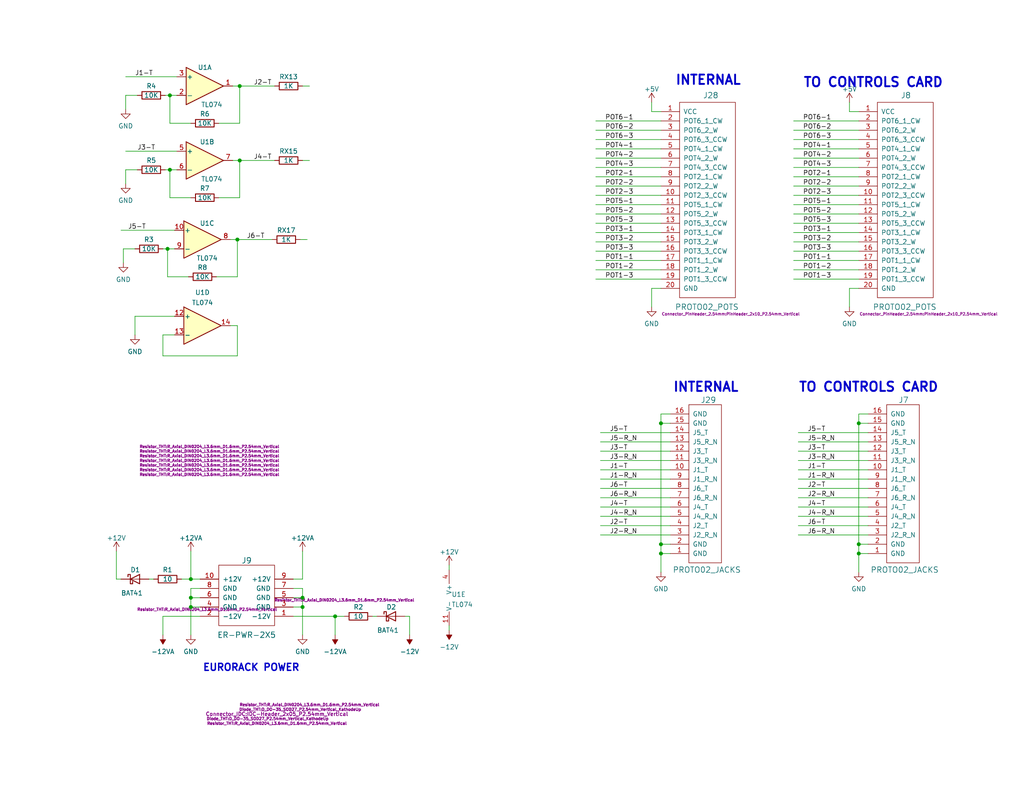
<source format=kicad_sch>
(kicad_sch (version 20211123) (generator eeschema)
  (paper "A")
  (title_block (title "6 POTS, 6 JACKS") (date "2022-10-28") (rev "1") (comment 1 "GENERIC EURORACK PANEL") (comment 2 "https://note.com/solder_state/n/nffc1a33053be"))
  (lib_symbols
    (symbol "Amplifier_Operational:TL074" (pin_names (offset 0.127))
      (property "Reference" "U" (at 0 5.08 0))
      (property "Value" "TL074" (at 0 -5.08 0))
      (symbol "TL074_1_1"
        (polyline (pts (xy -5.08 5.08) (xy 5.08 0) (xy -5.08 -5.08) (xy -5.08 5.08)) (stroke (width 0.254)) (fill (type background)))
        (pin output line (at 7.62 0 180) (length 2.54) (name "~") (number "1"))
        (pin input line (at -7.62 -2.54 0) (length 2.54) (name "-") (number "2"))
        (pin input line (at -7.62 2.54 0) (length 2.54) (name "+") (number "3"))
      )
      (symbol "TL074_2_1"
        (polyline (pts (xy -5.08 5.08) (xy 5.08 0) (xy -5.08 -5.08) (xy -5.08 5.08)) (stroke (width 0.254)) (fill (type background)))
        (pin input line (at -7.62 2.54 0) (length 2.54) (name "+") (number "5"))
        (pin input line (at -7.62 -2.54 0) (length 2.54) (name "-") (number "6"))
        (pin output line (at 7.62 0 180) (length 2.54) (name "~") (number "7"))
      )
      (symbol "TL074_3_1"
        (polyline (pts (xy -5.08 5.08) (xy 5.08 0) (xy -5.08 -5.08) (xy -5.08 5.08)) (stroke (width 0.254)) (fill (type background)))
        (pin input line (at -7.62 2.54 0) (length 2.54) (name "+") (number "10"))
        (pin output line (at 7.62 0 180) (length 2.54) (name "~") (number "8"))
        (pin input line (at -7.62 -2.54 0) (length 2.54) (name "-") (number "9"))
      )
      (symbol "TL074_4_1"
        (polyline (pts (xy -5.08 5.08) (xy 5.08 0) (xy -5.08 -5.08) (xy -5.08 5.08)) (stroke (width 0.254)) (fill (type background)))
        (pin input line (at -7.62 2.54 0) (length 2.54) (name "+") (number "12"))
        (pin input line (at -7.62 -2.54 0) (length 2.54) (name "-") (number "13"))
        (pin output line (at 7.62 0 180) (length 2.54) (name "~") (number "14"))
      )
      (symbol "TL074_5_1"
        (pin power_in line (at -2.54 -7.62 90) (length 3.81) (name "V-") (number "11"))
        (pin power_in line (at -2.54 7.62 270) (length 3.81) (name "V+") (number "4"))
      )
    )
    (symbol "Device:D_Schottky" (pin_numbers hide) (pin_names (offset 1.016) hide)
      (property "Reference" "D" (at 0 2.54 0))
      (property "Value" "D_Schottky" (at 0 -2.54 0))
      (symbol "D_Schottky_0_1"
        (polyline (pts (xy 1.27 0) (xy -1.27 0)))
        (polyline (pts (xy 1.27 1.27) (xy 1.27 -1.27) (xy -1.27 0) (xy 1.27 1.27)) (stroke (width 0.254)))
        (polyline (pts (xy -1.905 0.635) (xy -1.905 1.27) (xy -1.27 1.27) (xy -1.27 -1.27) (xy -0.635 -1.27) (xy -0.635 -0.635)) (stroke (width 0.254)))
      )
      (symbol "D_Schottky_1_1"
        (pin passive line (at -3.81 0 0) (length 2.54) (name "K") (number "1"))
        (pin passive line (at 3.81 0 180) (length 2.54) (name "A") (number "2"))
      )
    )
    (symbol "Device:R" (pin_numbers hide) (pin_names (offset 0))
      (property "Reference" "R" (at 2.032 0 90))
      (property "Value" "R" (at 0 0 90))
      (symbol "R_0_1"
        (rectangle (start -1.016 -2.54) (end 1.016 2.54) (stroke (width 0.254)))
      )
      (symbol "R_1_1"
        (pin passive line (at 0 3.81 270) (length 1.27) (name "~") (number "1"))
        (pin passive line (at 0 -3.81 90) (length 1.27) (name "~") (number "2"))
      )
    )
    (symbol "LandBoards_Conns:ER-PWR-2X5" (pin_names (offset 1.016))
      (property "Reference" "J" (at 0 10.16 0))
      (property "Value" "ER-PWR-2X5" (at 1.27 -8.89 0))
      (property "Footprint" "Connector_IDC:IDC-Header_2x05_P2.54mm_Vertical" (at 0 -11.43 0))
      (symbol "ER-PWR-2X5_0_1"
        (rectangle (start -7.62 8.89) (end 7.62 -7.62))
      )
      (symbol "ER-PWR-2X5_1_1"
        (pin power_out line (at 12.7 -5.08 180) (length 5.08) (name "-12V") (number "1"))
        (pin power_out line (at -12.7 5.08 0) (length 5.08) (name "+12V") (number "10"))
        (pin power_out line (at -12.7 -5.08 0) (length 5.08) (name "-12V") (number "2"))
        (pin power_in line (at 12.7 -2.54 180) (length 5.08) (name "GND") (number "3"))
        (pin power_out line (at -12.7 -2.54 0) (length 5.08) (name "GND") (number "4"))
        (pin power_out line (at 12.7 0 180) (length 5.08) (name "GND") (number "5"))
        (pin power_out line (at -12.7 0 0) (length 5.08) (name "GND") (number "6"))
        (pin power_out line (at 12.7 2.54 180) (length 5.08) (name "GND") (number "7"))
        (pin power_out line (at -12.7 2.54 0) (length 5.08) (name "GND") (number "8"))
        (pin power_out line (at 12.7 5.08 180) (length 5.08) (name "+12V") (number "9"))
      )
    )
    (symbol "LandBoards_Conns:PROTO02_POTS" (pin_names (offset 1.016))
      (property "Reference" "J" (at -1.27 27.94 0))
      (property "Value" "PROTO02_POTS" (at 0 -27.94 0))
      (symbol "PROTO02_POTS_0_1"
        (rectangle (start -8.89 26.67) (end 6.35 -26.67))
      )
      (symbol "PROTO02_POTS_1_1"
        (pin power_in line (at 11.43 24.13 180) (length 5.08) (name "VCC") (number "1"))
        (pin passive line (at 11.43 1.27 180) (length 5.08) (name "POT2_3_CCW") (number "10"))
        (pin passive line (at 11.43 -1.27 180) (length 5.08) (name "POT5_1_CW") (number "11"))
        (pin passive line (at 11.43 -3.81 180) (length 5.08) (name "POT5_2_W") (number "12"))
        (pin passive line (at 11.43 -6.35 180) (length 5.08) (name "POT5_3_CCW") (number "13"))
        (pin passive line (at 11.43 -8.89 180) (length 5.08) (name "POT3_1_CW") (number "14"))
        (pin passive line (at 11.43 -11.43 180) (length 5.08) (name "POT3_2_W") (number "15"))
        (pin passive line (at 11.43 -13.97 180) (length 5.08) (name "POT3_3_CCW") (number "16"))
        (pin passive line (at 11.43 -16.51 180) (length 5.08) (name "POT1_1_CW") (number "17"))
        (pin passive line (at 11.43 -19.05 180) (length 5.08) (name "POT1_2_W") (number "18"))
        (pin passive line (at 11.43 -21.59 180) (length 5.08) (name "POT1_3_CCW") (number "19"))
        (pin passive line (at 11.43 21.59 180) (length 5.08) (name "POT6_1_CW") (number "2"))
        (pin power_in line (at 11.43 -24.13 180) (length 5.08) (name "GND") (number "20"))
        (pin passive line (at 11.43 19.05 180) (length 5.08) (name "POT6_2_W") (number "3"))
        (pin passive line (at 11.43 16.51 180) (length 5.08) (name "POT6_3_CCW") (number "4"))
        (pin passive line (at 11.43 13.97 180) (length 5.08) (name "POT4_1_CW") (number "5"))
        (pin passive line (at 11.43 11.43 180) (length 5.08) (name "POT4_2_W") (number "6"))
        (pin passive line (at 11.43 8.89 180) (length 5.08) (name "POT4_3_CCW") (number "7"))
        (pin passive line (at 11.43 6.35 180) (length 5.08) (name "POT2_1_CW") (number "8"))
        (pin passive line (at 11.43 3.81 180) (length 5.08) (name "POT2_2_W") (number "9"))
      )
    )
    (symbol "PROTO02_JACKS_1" (pin_names (offset 1.016))
      (property "Reference" "J" (at 0 22.86 0))
      (property "Value" "PROTO02_JACKS_1" (at 0 -22.86 0))
      (symbol "PROTO02_JACKS_1_0_1"
        (rectangle (start -5.08 21.59) (end 3.81 -21.59))
      )
      (symbol "PROTO02_JACKS_1_1_1"
        (pin power_in line (at 8.89 -19.05 180) (length 5.08) (name "GND") (number "1"))
        (pin passive line (at 8.89 3.81 180) (length 5.08) (name "J1_T") (number "10"))
        (pin passive line (at 8.89 6.35 180) (length 5.08) (name "J3_R_N") (number "11"))
        (pin passive line (at 8.89 8.89 180) (length 5.08) (name "J3_T") (number "12"))
        (pin passive line (at 8.89 11.43 180) (length 5.08) (name "J5_R_N") (number "13"))
        (pin passive line (at 8.89 13.97 180) (length 5.08) (name "J5_T") (number "14"))
        (pin power_in line (at 8.89 16.51 180) (length 5.08) (name "GND") (number "15"))
        (pin power_in line (at 8.89 19.05 180) (length 5.08) (name "GND") (number "16"))
        (pin power_in line (at 8.89 -16.51 180) (length 5.08) (name "GND") (number "2"))
        (pin passive line (at 8.89 -13.97 180) (length 5.08) (name "J2_R_N") (number "3"))
        (pin passive line (at 8.89 -11.43 180) (length 5.08) (name "J2_T") (number "4"))
        (pin passive line (at 8.89 -8.89 180) (length 5.08) (name "J4_R_N") (number "5"))
        (pin passive line (at 8.89 -6.35 180) (length 5.08) (name "J4_T") (number "6"))
        (pin passive line (at 8.89 -3.81 180) (length 5.08) (name "J6_R_N") (number "7"))
        (pin passive line (at 8.89 -1.27 180) (length 5.08) (name "J6_T") (number "8"))
        (pin passive line (at 8.89 1.27 180) (length 5.08) (name "J1_R_N") (number "9"))
      )
    )
    (symbol "power:+12V" (power) (pin_names (offset 0))
      (property "Value" "+12V" (at 0 3.556 0))
      (symbol "+12V_0_1"
        (polyline (pts (xy -0.762 1.27) (xy 0 2.54)))
        (polyline (pts (xy 0 0) (xy 0 2.54)))
        (polyline (pts (xy 0 2.54) (xy 0.762 1.27)))
      )
      (symbol "+12V_1_1"
        (pin power_in line (at 0 0 90) (length 0) hide (name "+12V") (number "1"))
      )
    )
    (symbol "power:+12VA" (power) (pin_names (offset 0))
      (property "Value" "+12VA" (at 0 3.556 0))
      (symbol "+12VA_0_1"
        (polyline (pts (xy -0.762 1.27) (xy 0 2.54)))
        (polyline (pts (xy 0 0) (xy 0 2.54)))
        (polyline (pts (xy 0 2.54) (xy 0.762 1.27)))
      )
      (symbol "+12VA_1_1"
        (pin power_in line (at 0 0 90) (length 0) hide (name "+12VA") (number "1"))
      )
    )
    (symbol "power:+5V" (power) (pin_names (offset 0))
      (property "Value" "+5V" (at 0 3.556 0))
      (symbol "+5V_0_1"
        (polyline (pts (xy -0.762 1.27) (xy 0 2.54)))
        (polyline (pts (xy 0 0) (xy 0 2.54)))
        (polyline (pts (xy 0 2.54) (xy 0.762 1.27)))
      )
      (symbol "+5V_1_1"
        (pin power_in line (at 0 0 90) (length 0) hide (name "+5V") (number "1"))
      )
    )
    (symbol "power:-12V" (power) (pin_names (offset 0))
      (property "Value" "-12V" (at 0 3.81 0))
      (symbol "-12V_0_0"
        (pin power_in line (at 0 0 90) (length 0) hide (name "-12V") (number "1"))
      )
      (symbol "-12V_0_1"
        (polyline (pts (xy 0 0) (xy 0 1.27) (xy 0.762 1.27) (xy 0 2.54) (xy -0.762 1.27) (xy 0 1.27)) (fill (type outline)))
      )
    )
    (symbol "power:-12VA" (power) (pin_names (offset 0))
      (property "Value" "-12VA" (at 0 3.556 0))
      (symbol "-12VA_0_0"
        (pin power_in line (at 0 0 90) (length 0) hide (name "-12VA") (number "1"))
      )
      (symbol "-12VA_0_1"
        (polyline (pts (xy 0 0) (xy 0 1.27) (xy 0.762 1.27) (xy 0 2.54) (xy -0.762 1.27) (xy 0 1.27)) (fill (type outline)))
      )
    )
    (symbol "power:GND" (power) (pin_names (offset 0))
      (property "Value" "GND" (at 0 -3.81 0))
      (symbol "GND_0_1"
        (polyline (pts (xy 0 0) (xy 0 -1.27) (xy 1.27 -1.27) (xy 0 -2.54) (xy -1.27 -1.27) (xy 0 -1.27)))
      )
      (symbol "GND_1_1"
        (pin power_in line (at 0 0 270) (length 0) hide (name "GND") (number "1"))
      )
    )
  )
  (junction (at 46.355 26.035))
  (junction (at 234.315 115.57))
  (junction (at 46.355 46.355))
  (junction (at 234.315 148.59))
  (junction (at 45.72 67.945))
  (junction (at 52.07 158.115))
  (junction (at 65.405 23.495))
  (junction (at 65.405 43.815))
  (junction (at 180.34 151.13))
  (junction (at 180.34 115.57))
  (junction (at 64.77 65.405))
  (junction (at 82.55 165.735))
  (junction (at 52.07 165.735))
  (junction (at 52.07 163.195))
  (junction (at 234.315 151.13))
  (junction (at 180.34 148.59))
  (junction (at 82.55 163.195))
  (junction (at 91.44 168.275))
  (wire (pts (xy 217.805 143.51) (xy 236.855 143.51)))
  (wire (pts (xy 216.535 53.34) (xy 234.315 53.34)))
  (wire (pts (xy 163.83 138.43) (xy 182.88 138.43)))
  (wire (pts (xy 217.805 130.81) (xy 236.855 130.81)))
  (wire (pts (xy 162.56 76.2) (xy 180.34 76.2)))
  (wire (pts (xy 217.805 125.73) (xy 236.855 125.73)))
  (wire (pts (xy 163.83 120.65) (xy 182.88 120.65)))
  (wire (pts (xy 64.77 65.405) (xy 64.77 75.565)))
  (wire (pts (xy 163.83 143.51) (xy 182.88 143.51)))
  (wire (pts (xy 65.405 53.975) (xy 59.69 53.975)))
  (wire (pts (xy 180.34 30.48) (xy 177.8 30.48)))
  (wire (pts (xy 82.55 150.495) (xy 82.55 158.115)))
  (wire (pts (xy 64.77 88.9) (xy 62.865 88.9)))
  (wire (pts (xy 80.01 163.195) (xy 82.55 163.195)))
  (wire (pts (xy 46.355 46.355) (xy 46.355 53.975)))
  (wire (pts (xy 65.405 33.655) (xy 59.69 33.655)))
  (wire (pts (xy 236.855 113.03) (xy 234.315 113.03)))
  (wire (pts (xy 162.56 45.72) (xy 180.34 45.72)))
  (wire (pts (xy 52.07 160.655) (xy 52.07 163.195)))
  (wire (pts (xy 216.535 43.18) (xy 234.315 43.18)))
  (wire (pts (xy 80.01 158.115) (xy 82.55 158.115)))
  (wire (pts (xy 182.88 113.03) (xy 180.34 113.03)))
  (wire (pts (xy 44.45 67.945) (xy 45.72 67.945)))
  (wire (pts (xy 54.61 168.275) (xy 44.45 168.275)))
  (wire (pts (xy 31.75 150.495) (xy 31.75 158.115)))
  (wire (pts (xy 101.6 168.275) (xy 102.87 168.275)))
  (wire (pts (xy 163.83 146.05) (xy 182.88 146.05)))
  (wire (pts (xy 40.64 158.115) (xy 41.91 158.115)))
  (wire (pts (xy 63.5 43.815) (xy 65.405 43.815)))
  (wire (pts (xy 52.07 158.115) (xy 54.61 158.115)))
  (wire (pts (xy 234.315 148.59) (xy 236.855 148.59)))
  (wire (pts (xy 217.805 146.05) (xy 236.855 146.05)))
  (wire (pts (xy 91.44 168.275) (xy 93.98 168.275)))
  (wire (pts (xy 52.07 165.735) (xy 52.07 173.355)))
  (wire (pts (xy 180.34 151.13) (xy 182.88 151.13)))
  (wire (pts (xy 36.83 67.945) (xy 33.655 67.945)))
  (wire (pts (xy 64.77 75.565) (xy 59.055 75.565)))
  (wire (pts (xy 44.45 97.155) (xy 64.77 97.155)))
  (wire (pts (xy 180.34 113.03) (xy 180.34 115.57)))
  (wire (pts (xy 163.83 118.11) (xy 182.88 118.11)))
  (wire (pts (xy 217.805 118.11) (xy 236.855 118.11)))
  (wire (pts (xy 217.805 123.19) (xy 236.855 123.19)))
  (wire (pts (xy 162.56 60.96) (xy 180.34 60.96)))
  (wire (pts (xy 216.535 40.64) (xy 234.315 40.64)))
  (wire (pts (xy 64.77 65.405) (xy 74.295 65.405)))
  (wire (pts (xy 65.405 23.495) (xy 74.93 23.495)))
  (wire (pts (xy 216.535 68.58) (xy 234.315 68.58)))
  (wire (pts (xy 65.405 43.815) (xy 65.405 53.975)))
  (wire (pts (xy 163.83 130.81) (xy 182.88 130.81)))
  (wire (pts (xy 47.625 91.44) (xy 44.45 91.44)))
  (wire (pts (xy 234.315 151.13) (xy 236.855 151.13)))
  (wire (pts (xy 111.76 168.275) (xy 111.76 173.355)))
  (wire (pts (xy 44.45 168.275) (xy 44.45 173.355)))
  (wire (pts (xy 34.29 46.355) (xy 34.29 50.165)))
  (wire (pts (xy 63.5 23.495) (xy 65.405 23.495)))
  (wire (pts (xy 47.625 67.945) (xy 45.72 67.945)))
  (wire (pts (xy 216.535 50.8) (xy 234.315 50.8)))
  (wire (pts (xy 234.315 115.57) (xy 234.315 148.59)))
  (wire (pts (xy 62.865 65.405) (xy 64.77 65.405)))
  (wire (pts (xy 234.315 113.03) (xy 234.315 115.57)))
  (wire (pts (xy 52.07 33.655) (xy 46.355 33.655)))
  (wire (pts (xy 162.56 71.12) (xy 180.34 71.12)))
  (wire (pts (xy 216.535 60.96) (xy 234.315 60.96)))
  (wire (pts (xy 162.56 63.5) (xy 180.34 63.5)))
  (wire (pts (xy 162.56 68.58) (xy 180.34 68.58)))
  (wire (pts (xy 163.83 140.97) (xy 182.88 140.97)))
  (wire (pts (xy 81.915 65.405) (xy 83.82 65.405)))
  (wire (pts (xy 47.625 86.36) (xy 36.83 86.36)))
  (wire (pts (xy 34.29 20.955) (xy 48.26 20.955)))
  (wire (pts (xy 216.535 45.72) (xy 234.315 45.72)))
  (wire (pts (xy 234.315 151.13) (xy 234.315 156.21)))
  (wire (pts (xy 162.56 33.02) (xy 180.34 33.02)))
  (wire (pts (xy 162.56 48.26) (xy 180.34 48.26)))
  (wire (pts (xy 52.07 165.735) (xy 54.61 165.735)))
  (wire (pts (xy 162.56 73.66) (xy 180.34 73.66)))
  (wire (pts (xy 234.315 148.59) (xy 234.315 151.13)))
  (wire (pts (xy 91.44 168.275) (xy 91.44 173.355)))
  (wire (pts (xy 163.83 135.89) (xy 182.88 135.89)))
  (wire (pts (xy 44.45 91.44) (xy 44.45 97.155)))
  (wire (pts (xy 80.01 160.655) (xy 82.55 160.655)))
  (wire (pts (xy 216.535 58.42) (xy 234.315 58.42)))
  (wire (pts (xy 216.535 71.12) (xy 234.315 71.12)))
  (wire (pts (xy 162.56 55.88) (xy 180.34 55.88)))
  (wire (pts (xy 52.07 163.195) (xy 54.61 163.195)))
  (wire (pts (xy 110.49 168.275) (xy 111.76 168.275)))
  (wire (pts (xy 217.805 135.89) (xy 236.855 135.89)))
  (wire (pts (xy 162.56 53.34) (xy 180.34 53.34)))
  (wire (pts (xy 80.01 168.275) (xy 91.44 168.275)))
  (wire (pts (xy 231.775 78.74) (xy 231.775 83.82)))
  (wire (pts (xy 162.56 38.1) (xy 180.34 38.1)))
  (wire (pts (xy 180.34 148.59) (xy 180.34 151.13)))
  (wire (pts (xy 34.29 26.035) (xy 34.29 29.845)))
  (wire (pts (xy 163.83 133.35) (xy 182.88 133.35)))
  (wire (pts (xy 82.55 23.495) (xy 84.455 23.495)))
  (wire (pts (xy 216.535 33.02) (xy 234.315 33.02)))
  (wire (pts (xy 217.805 138.43) (xy 236.855 138.43)))
  (wire (pts (xy 180.34 148.59) (xy 182.88 148.59)))
  (wire (pts (xy 216.535 55.88) (xy 234.315 55.88)))
  (wire (pts (xy 217.805 140.97) (xy 236.855 140.97)))
  (wire (pts (xy 162.56 35.56) (xy 180.34 35.56)))
  (wire (pts (xy 33.655 67.945) (xy 33.655 71.755)))
  (wire (pts (xy 52.07 53.975) (xy 46.355 53.975)))
  (wire (pts (xy 217.805 128.27) (xy 236.855 128.27)))
  (wire (pts (xy 163.83 123.19) (xy 182.88 123.19)))
  (wire (pts (xy 82.55 165.735) (xy 82.55 173.355)))
  (wire (pts (xy 163.83 125.73) (xy 182.88 125.73)))
  (wire (pts (xy 177.8 27.94) (xy 177.8 30.48)))
  (wire (pts (xy 45.085 46.355) (xy 46.355 46.355)))
  (wire (pts (xy 82.55 160.655) (xy 82.55 163.195)))
  (wire (pts (xy 216.535 73.66) (xy 234.315 73.66)))
  (wire (pts (xy 49.53 158.115) (xy 52.07 158.115)))
  (wire (pts (xy 216.535 35.56) (xy 234.315 35.56)))
  (wire (pts (xy 82.55 43.815) (xy 84.455 43.815)))
  (wire (pts (xy 177.8 78.74) (xy 180.34 78.74)))
  (wire (pts (xy 216.535 76.2) (xy 234.315 76.2)))
  (wire (pts (xy 45.085 26.035) (xy 46.355 26.035)))
  (wire (pts (xy 162.56 58.42) (xy 180.34 58.42)))
  (wire (pts (xy 216.535 48.26) (xy 234.315 48.26)))
  (wire (pts (xy 234.315 30.48) (xy 231.775 30.48)))
  (wire (pts (xy 65.405 23.495) (xy 65.405 33.655)))
  (wire (pts (xy 65.405 43.815) (xy 74.93 43.815)))
  (wire (pts (xy 180.34 115.57) (xy 180.34 148.59)))
  (wire (pts (xy 48.26 46.355) (xy 46.355 46.355)))
  (wire (pts (xy 162.56 40.64) (xy 180.34 40.64)))
  (wire (pts (xy 52.07 150.495) (xy 52.07 158.115)))
  (wire (pts (xy 64.77 97.155) (xy 64.77 88.9)))
  (wire (pts (xy 52.07 163.195) (xy 52.07 165.735)))
  (wire (pts (xy 162.56 43.18) (xy 180.34 43.18)))
  (wire (pts (xy 37.465 26.035) (xy 34.29 26.035)))
  (wire (pts (xy 216.535 38.1) (xy 234.315 38.1)))
  (wire (pts (xy 80.01 165.735) (xy 82.55 165.735)))
  (wire (pts (xy 231.775 27.94) (xy 231.775 30.48)))
  (wire (pts (xy 216.535 66.04) (xy 234.315 66.04)))
  (wire (pts (xy 33.02 62.865) (xy 47.625 62.865)))
  (wire (pts (xy 37.465 46.355) (xy 34.29 46.355)))
  (wire (pts (xy 162.56 50.8) (xy 180.34 50.8)))
  (wire (pts (xy 180.34 115.57) (xy 182.88 115.57)))
  (wire (pts (xy 231.775 78.74) (xy 234.315 78.74)))
  (wire (pts (xy 46.355 26.035) (xy 46.355 33.655)))
  (wire (pts (xy 234.315 115.57) (xy 236.855 115.57)))
  (wire (pts (xy 31.75 158.115) (xy 33.02 158.115)))
  (wire (pts (xy 217.805 133.35) (xy 236.855 133.35)))
  (wire (pts (xy 177.8 78.74) (xy 177.8 83.82)))
  (wire (pts (xy 48.26 26.035) (xy 46.355 26.035)))
  (wire (pts (xy 54.61 160.655) (xy 52.07 160.655)))
  (wire (pts (xy 216.535 63.5) (xy 234.315 63.5)))
  (wire (pts (xy 122.555 172.085) (xy 122.555 170.815)))
  (wire (pts (xy 217.805 120.65) (xy 236.855 120.65)))
  (wire (pts (xy 163.83 128.27) (xy 182.88 128.27)))
  (wire (pts (xy 180.34 151.13) (xy 180.34 156.21)))
  (wire (pts (xy 45.72 67.945) (xy 45.72 75.565)))
  (wire (pts (xy 122.555 154.305) (xy 122.555 155.575)))
  (wire (pts (xy 82.55 163.195) (xy 82.55 165.735)))
  (wire (pts (xy 34.29 41.275) (xy 48.26 41.275)))
  (wire (pts (xy 162.56 66.04) (xy 180.34 66.04)))
  (wire (pts (xy 36.83 86.36) (xy 36.83 91.44)))
  (wire (pts (xy 51.435 75.565) (xy 45.72 75.565)))
  (text "EURORACK POWER" (at 55.245 183.515 0) (effects (font (size 1.905 1.905) (thickness 0.381) bold) (justify left bottom)))
  (text "TO CONTROLS CARD" (at 219.075 24.13 0) (effects (font (size 2.54 2.54) (thickness 0.508) bold) (justify left bottom)))
  (text "INTERNAL" (at 183.515 107.315 0) (effects (font (size 2.54 2.54) (thickness 0.508) bold) (justify left bottom)))
  (text "TO CONTROLS CARD" (at 217.805 107.315 0) (effects (font (size 2.54 2.54) (thickness 0.508) bold) (justify left bottom)))
  (text "INTERNAL" (at 184.15 23.495 0) (effects (font (size 2.54 2.54) (thickness 0.508) bold) (justify left bottom)))
  (label "POT6-2" (at 165.1 35.56 0))
  (label "J1-R_N" (at 166.37 130.81 0))
  (label "J6-T" (at 220.345 143.51 0))
  (label "J3-T" (at 220.345 123.19 0))
  (label "POT4-2" (at 219.075 43.18 0))
  (label "POT2-2" (at 219.075 50.8 0))
  (label "POT6-3" (at 165.1 38.1 0))
  (label "POT5-3" (at 165.1 60.96 0))
  (label "POT5-2" (at 165.1 58.42 0))
  (label "J1-T" (at 166.37 128.27 0))
  (label "POT2-2" (at 165.1 50.8 0))
  (label "POT1-2" (at 165.1 73.66 0))
  (label "J5-T" (at 166.37 118.11 0))
  (label "POT3-3" (at 219.075 68.58 0))
  (label "J1-T" (at 220.345 128.27 0))
  (label "J1-T" (at 36.83 20.955 0))
  (label "J4-T" (at 69.215 43.815 0))
  (label "J2-T" (at 220.345 133.35 0))
  (label "POT4-3" (at 219.075 45.72 0))
  (label "J5-T" (at 34.925 62.865 0))
  (label "POT4-2" (at 165.1 43.18 0))
  (label "J3-R_N" (at 166.37 125.73 0))
  (label "POT6-2" (at 219.075 35.56 0))
  (label "J3-R_N" (at 220.345 125.73 0))
  (label "J4-T" (at 220.345 138.43 0))
  (label "POT5-1" (at 219.075 55.88 0))
  (label "POT3-2" (at 165.1 66.04 0))
  (label "J2-R_N" (at 166.37 146.05 0))
  (label "POT4-1" (at 219.075 40.64 0))
  (label "POT1-1" (at 219.075 71.12 0))
  (label "POT3-1" (at 165.1 63.5 0))
  (label "J2-T" (at 166.37 143.51 0))
  (label "POT3-2" (at 219.075 66.04 0))
  (label "POT6-1" (at 219.075 33.02 0))
  (label "J5-R_N" (at 166.37 120.65 0))
  (label "POT2-1" (at 165.1 48.26 0))
  (label "POT5-3" (at 219.075 60.96 0))
  (label "J5-T" (at 220.345 118.11 0))
  (label "J3-T" (at 37.465 41.275 0))
  (label "POT2-1" (at 219.075 48.26 0))
  (label "J4-R_N" (at 166.37 140.97 0))
  (label "POT4-1" (at 165.1 40.64 0))
  (label "POT5-2" (at 219.075 58.42 0))
  (label "POT6-3" (at 219.075 38.1 0))
  (label "J6-R_N" (at 166.37 135.89 0))
  (label "J5-R_N" (at 220.345 120.65 0))
  (label "POT2-3" (at 165.1 53.34 0))
  (label "J6-T" (at 67.31 65.405 0))
  (label "POT3-1" (at 219.075 63.5 0))
  (label "POT6-1" (at 165.1 33.02 0))
  (label "POT2-3" (at 219.075 53.34 0))
  (label "J2-R_N" (at 220.345 135.89 0))
  (label "POT1-3" (at 165.1 76.2 0))
  (label "J4-T" (at 166.37 138.43 0))
  (label "J2-T" (at 69.215 23.495 0))
  (label "POT1-2" (at 219.075 73.66 0))
  (label "POT3-3" (at 165.1 68.58 0))
  (label "J3-T" (at 166.37 123.19 0))
  (label "J4-R_N" (at 220.345 140.97 0))
  (label "POT1-1" (at 165.1 71.12 0))
  (label "POT5-1" (at 165.1 55.88 0))
  (label "POT1-3" (at 219.075 76.2 0))
  (label "J1-R_N" (at 220.345 130.81 0))
  (label "J6-R_N" (at 220.345 146.05 0))
  (label "J6-T" (at 166.37 133.35 0))
  (label "POT4-3" (at 165.1 45.72 0))
  (symbol (lib_id "power:GND") (at 82.55 173.355 0) (unit 1)
    (property "Reference" "#PWR0106" (effects hide))
    (property "Value" "GND" (at 82.55 177.9175 0))
  )
  (symbol (lib_id "power:GND") (at 34.29 29.845 0) (unit 1)
    (property "Reference" "#PWR03" (effects hide))
    (property "Value" "GND" (at 34.29 34.4075 0))
  )
  (symbol (lib_id "power:GND") (at 234.315 156.21 0) (unit 1)
    (property "Reference" "#PWR0102" (effects hide))
    (property "Value" "GND" (at 234.315 160.7725 0))
  )
  (symbol (lib_id "power:GND") (at 180.34 156.21 0) (unit 1)
    (property "Reference" "#PWR0208" (effects hide))
    (property "Value" "GND" (at 180.34 160.7725 0))
  )
  (symbol (lib_id "LandBoards_Conns:ER-PWR-2X5") (at 67.31 163.195 0) (unit 1)
    (property "Reference" "J9" (at 67.31 153.035 0) (effects (font (size 1.524 1.524))))
    (property "Value" "ER-PWR-2X5" (at 67.31 173.355 0) (effects (font (size 1.524 1.524))))
    (property "Footprint" "Connector_IDC:IDC-Header_2x05_P2.54mm_Vertical" (at 75.565 194.945 0) (effects (font (size 1 1))))
  )
  (symbol (lib_id "Device:D_Schottky") (at 36.83 158.115 0) (unit 1)
    (property "Reference" "D1" (at 35.56 155.575 0) (effects (justify left)))
    (property "Value" "BAT41" (at 33.02 161.925 0) (effects (justify left)))
    (property "Footprint" "Diode_THT:D_DO-35_SOD27_P2.54mm_Vertical_KathodeUp" (at 81.915 193.675 0) (effects (font (size 0.762 0.762))))
  )
  (symbol (lib_id "power:+12VA") (at 52.07 150.495 0) (unit 1)
    (property "Reference" "#PWR0105" (effects hide))
    (property "Value" "+12VA" (at 52.07 146.8905 0))
  )
  (symbol (lib_id "Amplifier_Operational:TL074") (at 55.88 43.815 0) (unit 2)
    (property "Reference" "U1" (at 56.515 38.735 0))
    (property "Value" "TL074" (at 57.785 48.895 0))
    (property "Datasheet" "http://www.ti.com/lit/ds/symlink/tl071.pdf" (effects hide))
  )
  (symbol (lib_id "power:-12V") (at 122.555 172.085 180) (unit 1)
    (property "Reference" "#PWR06" (effects hide))
    (property "Value" "-12V" (at 122.555 176.6475 0))
  )
  (symbol (lib_id "Device:R") (at 45.72 158.115 90) (unit 1)
    (property "Reference" "R1" (at 45.72 155.575 90))
    (property "Value" "10" (at 45.72 158.115 90))
    (property "Footprint" "Resistor_THT:R_Axial_DIN0204_L3.6mm_D1.6mm_P2.54mm_Vertical" (at 84.455 192.405 90) (effects (font (size 0.762 0.762))))
  )
  (symbol (lib_id "Device:R") (at 78.74 43.815 90) (unit 1) (in_bom no) (on_board no)
    (property "Reference" "RX15" (at 78.74 41.275 90))
    (property "Value" "1K" (at 78.74 43.815 90))
    (property "Footprint" "Resistor_THT:R_Axial_DIN0204_L3.6mm_D1.6mm_P2.54mm_Vertical" (at 57.15 125.73 90) (effects (font (size 0.762 0.762))))
  )
  (symbol (lib_id "LandBoards_Conns:PROTO02_POTS") (at 191.77 54.61 0) (mirror y) (unit 1)
    (property "Reference" "J28" (at 191.77 26.035 0) (effects (font (size 1.524 1.524)) (justify right)))
    (property "Value" "PROTO02_POTS" (at 184.15 83.82 0) (effects (font (size 1.524 1.524)) (justify right)))
    (property "Footprint" "Connector_PinHeader_2.54mm:PinHeader_2x10_P2.54mm_Vertical" (at 199.39 85.725 0) (effects (font (size 0.762 0.762))))
  )
  (symbol (lib_id "LandBoards_Conns:PROTO02_POTS") (at 245.745 54.61 0) (mirror y) (unit 1)
    (property "Reference" "J8" (at 245.745 26.035 0) (effects (font (size 1.524 1.524)) (justify right)))
    (property "Value" "PROTO02_POTS" (at 238.125 83.82 0) (effects (font (size 1.524 1.524)) (justify right)))
    (property "Footprint" "Connector_PinHeader_2.54mm:PinHeader_2x10_P2.54mm_Vertical" (at 253.365 85.725 0) (effects (font (size 0.762 0.762))))
  )
  (symbol (lib_id "power:-12V") (at 111.76 173.355 180) (unit 1)
    (property "Reference" "#PWR0168" (effects hide))
    (property "Value" "-12V" (at 111.76 177.9175 0))
  )
  (symbol (lib_id "power:+5V") (at 177.8 27.94 0) (unit 1)
    (property "Reference" "#PWR0226" (effects hide))
    (property "Value" "+5V" (at 177.8 24.3355 0))
  )
  (symbol (lib_id "Device:R") (at 40.64 67.945 90) (unit 1)
    (property "Reference" "R3" (at 40.64 65.405 90))
    (property "Value" "10K" (at 40.64 67.945 90))
    (property "Footprint" "Resistor_THT:R_Axial_DIN0204_L3.6mm_D1.6mm_P2.54mm_Vertical" (at 56.515 166.37 90) (effects (font (size 0.762 0.762))))
  )
  (symbol (lib_id "Device:R") (at 78.105 65.405 90) (unit 1) (in_bom no) (on_board no)
    (property "Reference" "RX17" (at 78.105 62.865 90))
    (property "Value" "1K" (at 78.105 65.405 90))
    (property "Footprint" "Resistor_THT:R_Axial_DIN0204_L3.6mm_D1.6mm_P2.54mm_Vertical" (at 93.98 163.83 90) (effects (font (size 0.762 0.762))))
  )
  (symbol (lib_id "power:GND") (at 177.8 83.82 0) (unit 1)
    (property "Reference" "#PWR0207" (effects hide))
    (property "Value" "GND" (at 177.8 88.3825 0))
  )
  (symbol (lib_id "Amplifier_Operational:TL074") (at 125.095 163.195 0) (unit 5)
    (property "Reference" "U1" (at 123.19 162.2865 0) (effects (justify left)))
    (property "Value" "TL074" (at 123.19 165.0616 0) (effects (justify left)))
    (property "Datasheet" "http://www.ti.com/lit/ds/symlink/tl071.pdf" (effects hide))
  )
  (symbol (lib_id "power:-12VA") (at 91.44 173.355 180) (unit 1)
    (property "Reference" "#PWR0235" (effects hide))
    (property "Value" "-12VA" (at 91.44 177.9175 0))
  )
  (symbol (lib_id "power:GND") (at 33.655 71.755 0) (unit 1)
    (property "Reference" "#PWR02" (effects hide))
    (property "Value" "GND" (at 33.655 76.3175 0))
  )
  (symbol (lib_id "Device:R") (at 41.275 26.035 90) (unit 1)
    (property "Reference" "R4" (at 41.275 23.495 90))
    (property "Value" "10K" (at 41.275 26.035 90))
    (property "Footprint" "Resistor_THT:R_Axial_DIN0204_L3.6mm_D1.6mm_P2.54mm_Vertical" (at 57.15 124.46 90) (effects (font (size 0.762 0.762))))
  )
  (symbol (lib_id "power:GND") (at 36.83 91.44 0) (unit 1)
    (property "Reference" "#PWR01" (effects hide))
    (property "Value" "GND" (at 36.83 96.0025 0))
  )
  (symbol (lib_id "Device:R") (at 97.79 168.275 90) (unit 1)
    (property "Reference" "R2" (at 97.79 165.735 90))
    (property "Value" "10" (at 97.79 168.275 90))
    (property "Footprint" "Resistor_THT:R_Axial_DIN0204_L3.6mm_D1.6mm_P2.54mm_Vertical" (at 75.565 197.485 90) (effects (font (size 0.762 0.762))))
  )
  (symbol (lib_name "PROTO02_JACKS_1") (lib_id "LandBoards_Conns:PROTO02_JACKS") (at 191.77 132.08 0) (mirror y) (unit 1)
    (property "Reference" "J29" (at 191.135 109.22 0) (effects (font (size 1.524 1.524)) (justify right)))
    (property "Value" "PROTO02_JACKS" (at 183.515 155.575 0) (effects (font (size 1.524 1.524)) (justify right)))
  )
  (symbol (lib_id "Device:R") (at 55.88 33.655 90) (unit 1)
    (property "Reference" "R6" (at 55.88 31.115 90))
    (property "Value" "10K" (at 55.88 33.655 90))
    (property "Footprint" "Resistor_THT:R_Axial_DIN0204_L3.6mm_D1.6mm_P2.54mm_Vertical" (at 57.15 128.27 90) (effects (font (size 0.762 0.762))))
  )
  (symbol (lib_id "power:+12VA") (at 82.55 150.495 0) (unit 1)
    (property "Reference" "#PWR0227" (effects hide))
    (property "Value" "+12VA" (at 82.55 146.8905 0))
  )
  (symbol (lib_id "Amplifier_Operational:TL074") (at 55.245 65.405 0) (unit 3)
    (property "Reference" "U1" (at 56.515 60.96 0))
    (property "Value" "TL074" (at 56.515 70.485 0))
    (property "Datasheet" "http://www.ti.com/lit/ds/symlink/tl071.pdf" (effects hide))
  )
  (symbol (lib_id "power:GND") (at 34.29 50.165 0) (unit 1)
    (property "Reference" "#PWR04" (effects hide))
    (property "Value" "GND" (at 34.29 54.7275 0))
  )
  (symbol (lib_id "Device:R") (at 55.245 75.565 90) (unit 1)
    (property "Reference" "R8" (at 55.245 73.025 90))
    (property "Value" "10K" (at 55.245 75.565 90))
    (property "Footprint" "Resistor_THT:R_Axial_DIN0204_L3.6mm_D1.6mm_P2.54mm_Vertical" (at 57.15 121.92 90) (effects (font (size 0.762 0.762))))
  )
  (symbol (lib_id "power:-12VA") (at 44.45 173.355 180) (unit 1)
    (property "Reference" "#PWR0167" (effects hide))
    (property "Value" "-12VA" (at 44.45 177.9175 0))
  )
  (symbol (lib_id "Device:D_Schottky") (at 106.68 168.275 0) (unit 1)
    (property "Reference" "D2" (at 105.41 165.735 0) (effects (justify left)))
    (property "Value" "BAT41" (at 102.87 172.085 0) (effects (justify left)))
    (property "Footprint" "Diode_THT:D_DO-35_SOD27_P2.54mm_Vertical_KathodeUp" (at 73.025 196.215 0) (effects (font (size 0.762 0.762))))
  )
  (symbol (lib_id "power:GND") (at 231.775 83.82 0) (unit 1)
    (property "Reference" "#PWR0101" (effects hide))
    (property "Value" "GND" (at 231.775 88.3825 0))
  )
  (symbol (lib_id "power:+12V") (at 122.555 154.305 0) (unit 1)
    (property "Reference" "#PWR05" (effects hide))
    (property "Value" "+12V" (at 122.555 150.7005 0))
  )
  (symbol (lib_id "power:GND") (at 52.07 173.355 0) (unit 1)
    (property "Reference" "#PWR0103" (effects hide))
    (property "Value" "GND" (at 52.07 177.9175 0))
  )
  (symbol (lib_id "Device:R") (at 55.88 53.975 90) (unit 1)
    (property "Reference" "R7" (at 55.88 51.435 90))
    (property "Value" "10K" (at 55.88 53.975 90))
    (property "Footprint" "Resistor_THT:R_Axial_DIN0204_L3.6mm_D1.6mm_P2.54mm_Vertical" (at 57.15 127 90) (effects (font (size 0.762 0.762))))
  )
  (symbol (lib_id "power:+12V") (at 31.75 150.495 0) (unit 1)
    (property "Reference" "#PWR0107" (effects hide))
    (property "Value" "+12V" (at 31.75 146.8905 0))
  )
  (symbol (lib_id "Amplifier_Operational:TL074") (at 55.245 88.9 0) (unit 4)
    (property "Reference" "U1" (at 55.245 79.8535 0))
    (property "Value" "TL074" (at 55.245 82.6286 0))
    (property "Datasheet" "http://www.ti.com/lit/ds/symlink/tl071.pdf" (effects hide))
  )
  (symbol (lib_id "Amplifier_Operational:TL074") (at 55.88 23.495 0) (unit 1)
    (property "Reference" "U1" (at 55.88 18.415 0))
    (property "Value" "TL074" (at 57.785 28.575 0))
    (property "Footprint" "Package_DIP:DIP-14_W7.62mm" (effects hide))
    (property "Datasheet" "http://www.ti.com/lit/ds/symlink/tl071.pdf" (effects hide))
  )
  (symbol (lib_name "PROTO02_JACKS_1") (lib_id "LandBoards_Conns:PROTO02_JACKS") (at 245.745 132.08 0) (mirror y) (unit 1)
    (property "Reference" "J7" (at 245.11 109.22 0) (effects (font (size 1.524 1.524)) (justify right)))
    (property "Value" "PROTO02_JACKS" (at 237.49 155.575 0) (effects (font (size 1.524 1.524)) (justify right)))
  )
  (symbol (lib_id "power:+5V") (at 231.775 27.94 0) (unit 1)
    (property "Reference" "#PWR0225" (effects hide))
    (property "Value" "+5V" (at 231.775 24.3355 0))
  )
  (symbol (lib_id "Device:R") (at 78.74 23.495 90) (unit 1) (in_bom no) (on_board no)
    (property "Reference" "RX13" (at 78.74 20.955 90))
    (property "Value" "1K" (at 78.74 23.495 90))
    (property "Footprint" "Resistor_THT:R_Axial_DIN0204_L3.6mm_D1.6mm_P2.54mm_Vertical" (at 57.15 123.19 90) (effects (font (size 0.762 0.762))))
  )
  (symbol (lib_id "Device:R") (at 41.275 46.355 90) (unit 1)
    (property "Reference" "R5" (at 41.275 43.815 90))
    (property "Value" "10K" (at 41.275 46.355 90))
    (property "Footprint" "Resistor_THT:R_Axial_DIN0204_L3.6mm_D1.6mm_P2.54mm_Vertical" (at 57.15 129.54 90) (effects (font (size 0.762 0.762))))
  )
)
</source>
